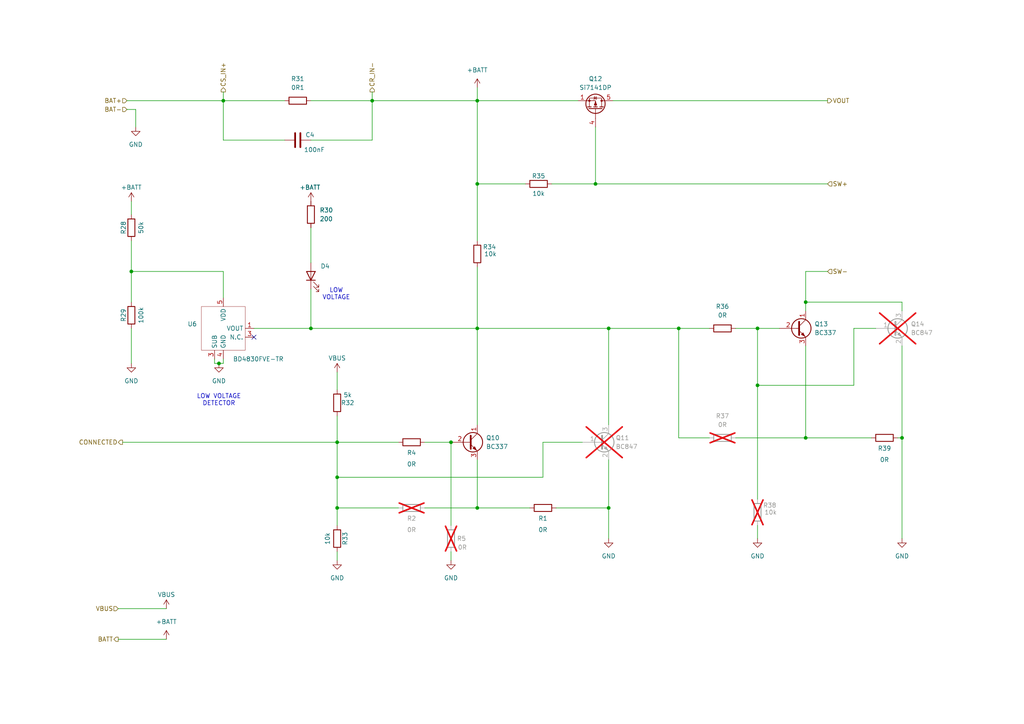
<source format=kicad_sch>
(kicad_sch (version 20231120) (generator "eeschema") (generator_version "8.0")
  (paper "A4")
  (title_block (title "Power Control"))
  (lib_symbols
    (symbol "Device:C" (pin_numbers hide) (pin_names (offset 0.254))
      (property "Reference" "C" (at 0.635 2.54 0))
      (property "Value" "C" (at 0.635 -2.54 0))
      (symbol "C_0_1"
        (polyline (pts (xy -2.032 -0.762) (xy 2.032 -0.762)) (stroke (width 0.508)))
        (polyline (pts (xy -2.032 0.762) (xy 2.032 0.762)) (stroke (width 0.508)))
      )
      (symbol "C_1_1"
        (pin passive line (at 0 3.81 270) (length 2.794) (name "~") (number "1"))
        (pin passive line (at 0 -3.81 90) (length 2.794) (name "~") (number "2"))
      )
    )
    (symbol "Device:LED" (pin_numbers hide) (pin_names (offset 1.016) hide)
      (property "Reference" "D" (at 0 2.54 0))
      (property "Value" "LED" (at 0 -2.54 0))
      (symbol "LED_0_1"
        (polyline (pts (xy -1.27 -1.27) (xy -1.27 1.27)) (stroke (width 0.254)))
        (polyline (pts (xy -1.27 0) (xy 1.27 0)))
        (polyline (pts (xy 1.27 -1.27) (xy 1.27 1.27) (xy -1.27 0) (xy 1.27 -1.27)) (stroke (width 0.254)))
        (polyline (pts (xy -3.048 -0.762) (xy -4.572 -2.286) (xy -3.81 -2.286) (xy -4.572 -2.286) (xy -4.572 -1.524)))
        (polyline (pts (xy -1.778 -0.762) (xy -3.302 -2.286) (xy -2.54 -2.286) (xy -3.302 -2.286) (xy -3.302 -1.524)))
      )
      (symbol "LED_1_1"
        (pin passive line (at -3.81 0 0) (length 2.54) (name "K") (number "1"))
        (pin passive line (at 3.81 0 180) (length 2.54) (name "A") (number "2"))
      )
    )
    (symbol "Device:R" (pin_numbers hide) (pin_names (offset 0))
      (property "Reference" "R" (at 2.032 0 90))
      (property "Value" "R" (at 0 0 90))
      (symbol "R_0_1"
        (rectangle (start -1.016 -2.54) (end 1.016 2.54) (stroke (width 0.254)))
      )
      (symbol "R_1_1"
        (pin passive line (at 0 3.81 270) (length 1.27) (name "~") (number "1"))
        (pin passive line (at 0 -3.81 90) (length 1.27) (name "~") (number "2"))
      )
    )
    (symbol "Transistor_BJT:BC337" (pin_names (offset 0) hide)
      (property "Reference" "Q" (at 5.08 1.905 0))
      (property "Value" "BC337" (at 5.08 0 0))
      (symbol "BC337_0_1"
        (polyline (pts (xy 0 0) (xy 0.635 0)))
        (polyline (pts (xy 0.635 0.635) (xy 2.54 2.54)))
        (polyline (pts (xy 0.635 -0.635) (xy 2.54 -2.54) (xy 2.54 -2.54)))
        (polyline (pts (xy 0.635 1.905) (xy 0.635 -1.905) (xy 0.635 -1.905)) (stroke (width 0.508)))
        (polyline (pts (xy 1.27 -1.778) (xy 1.778 -1.27) (xy 2.286 -2.286) (xy 1.27 -1.778) (xy 1.27 -1.778)) (fill (type outline)))
        (circle (center 1.27 0) (radius 2.8194) (stroke (width 0.254)))
      )
      (symbol "BC337_1_1"
        (pin passive line (at 2.54 5.08 270) (length 2.54) (name "C") (number "1"))
        (pin input line (at -5.08 0 0) (length 5.08) (name "B") (number "2"))
        (pin passive line (at 2.54 -5.08 90) (length 2.54) (name "E") (number "3"))
      )
    )
    (symbol "Transistor_BJT:BC847" (pin_names (offset 0) hide)
      (property "Reference" "Q" (at 5.08 1.905 0))
      (property "Value" "BC847" (at 5.08 0 0))
      (symbol "BC847_0_1"
        (polyline (pts (xy 0.635 0.635) (xy 2.54 2.54)))
        (polyline (pts (xy 0.635 -0.635) (xy 2.54 -2.54) (xy 2.54 -2.54)))
        (polyline (pts (xy 0.635 1.905) (xy 0.635 -1.905) (xy 0.635 -1.905)) (stroke (width 0.508)))
        (polyline (pts (xy 1.27 -1.778) (xy 1.778 -1.27) (xy 2.286 -2.286) (xy 1.27 -1.778) (xy 1.27 -1.778)) (fill (type outline)))
        (circle (center 1.27 0) (radius 2.8194) (stroke (width 0.254)))
      )
      (symbol "BC847_1_1"
        (pin input line (at -5.08 0 0) (length 5.715) (name "B") (number "1"))
        (pin passive line (at 2.54 -5.08 90) (length 2.54) (name "E") (number "2"))
        (pin passive line (at 2.54 5.08 270) (length 2.54) (name "C") (number "3"))
      )
    )
    (symbol "Transistor_FET:Si7141DP" (pin_names hide)
      (property "Reference" "Q" (at 5.08 1.905 0))
      (property "Value" "Si7141DP" (at 5.08 0 0))
      (symbol "Si7141DP_0_1"
        (polyline (pts (xy 0.254 0) (xy -2.54 0)))
        (polyline (pts (xy 0.254 1.905) (xy 0.254 -1.905)) (stroke (width 0.254)))
        (polyline (pts (xy 0.762 -1.27) (xy 0.762 -2.286)) (stroke (width 0.254)))
        (polyline (pts (xy 0.762 0.508) (xy 0.762 -0.508)) (stroke (width 0.254)))
        (polyline (pts (xy 0.762 2.286) (xy 0.762 1.27)) (stroke (width 0.254)))
        (polyline (pts (xy 2.54 2.54) (xy 2.54 1.778)))
        (polyline (pts (xy 2.54 -2.54) (xy 2.54 0) (xy 0.762 0)))
        (polyline (pts (xy 0.762 1.778) (xy 3.302 1.778) (xy 3.302 -1.778) (xy 0.762 -1.778)))
        (polyline (pts (xy 2.286 0) (xy 1.27 0.381) (xy 1.27 -0.381) (xy 2.286 0)) (fill (type outline)))
        (polyline (pts (xy 2.794 -0.508) (xy 2.921 -0.381) (xy 3.683 -0.381) (xy 3.81 -0.254)))
        (polyline (pts (xy 3.302 -0.381) (xy 2.921 0.254) (xy 3.683 0.254) (xy 3.302 -0.381)))
        (circle (center 1.651 0) (radius 2.794) (stroke (width 0.254)))
        (circle (center 2.54 -1.778) (radius 0.254) (fill (type outline)))
        (circle (center 2.54 1.778) (radius 0.254) (fill (type outline)))
      )
      (symbol "Si7141DP_1_1"
        (pin passive line (at 2.54 -5.08 90) (length 2.54) (name "S") (number "1"))
        (pin passive line (at 2.54 -5.08 90) (length 2.54) hide (name "S") (number "2"))
        (pin passive line (at 2.54 -5.08 90) (length 2.54) hide (name "S") (number "3"))
        (pin input line (at -5.08 0 0) (length 2.54) (name "G") (number "4"))
        (pin passive line (at 2.54 5.08 270) (length 2.54) (name "D") (number "5"))
      )
    )
    (symbol "dodo-power:BD4830FVE-TR"
      (property "Reference" "U" (at 5.842 7.62 0))
      (property "Value" "BD4830FVE-TR" (at 8.382 -7.62 0))
      (symbol "BD4830FVE-TR_0_1"
        (rectangle (start -6.35 6.35) (end 6.35 -6.35) (stroke (width 0.0005)))
      )
      (symbol "BD4830FVE-TR_1_1"
        (pin input line (at 8.89 0 180) (length 2.54) (name "VOUT") (number "1"))
        (pin input line (at 8.89 -2.54 180) (length 2.54) (name "N.C.") (number "3"))
        (pin input line (at -2.54 -8.89 90) (length 2.54) (name "SUB") (number "3"))
        (pin input line (at 0 -8.89 90) (length 2.54) (name "GND") (number "4"))
        (pin input line (at 0 8.89 270) (length 2.54) (name "VDD") (number "5"))
      )
    )
    (symbol "power:+BATT" (power) (pin_names (offset 0))
      (property "Value" "+BATT" (at 0 3.556 0))
      (symbol "+BATT_0_1"
        (polyline (pts (xy -0.762 1.27) (xy 0 2.54)))
        (polyline (pts (xy 0 0) (xy 0 2.54)))
        (polyline (pts (xy 0 2.54) (xy 0.762 1.27)))
      )
      (symbol "+BATT_1_1"
        (pin power_in line (at 0 0 90) (length 0) hide (name "+BATT") (number "1"))
      )
    )
    (symbol "power:GND" (power) (pin_names (offset 0))
      (property "Value" "GND" (at 0 -3.81 0))
      (symbol "GND_0_1"
        (polyline (pts (xy 0 0) (xy 0 -1.27) (xy 1.27 -1.27) (xy 0 -2.54) (xy -1.27 -1.27) (xy 0 -1.27)))
      )
      (symbol "GND_1_1"
        (pin power_in line (at 0 0 270) (length 0) hide (name "GND") (number "1"))
      )
    )
    (symbol "power:VBUS" (power) (pin_names (offset 0))
      (property "Value" "VBUS" (at 0 3.81 0))
      (symbol "VBUS_0_1"
        (polyline (pts (xy -0.762 1.27) (xy 0 2.54)))
        (polyline (pts (xy 0 0) (xy 0 2.54)))
        (polyline (pts (xy 0 2.54) (xy 0.762 1.27)))
      )
      (symbol "VBUS_1_1"
        (pin power_in line (at 0 0 90) (length 0) hide (name "VBUS") (number "1"))
      )
    )
  )
  (junction (at 38.1 78.74))
  (junction (at 90.17 95.25))
  (junction (at 107.95 29.21))
  (junction (at 138.43 147.32))
  (junction (at 219.71 111.76))
  (junction (at 172.72 53.34))
  (junction (at 138.43 53.34))
  (junction (at 63.5 105.41))
  (junction (at 196.85 95.25))
  (junction (at 97.79 138.43))
  (junction (at 138.43 95.25))
  (junction (at 97.79 128.27))
  (junction (at 176.53 95.25))
  (junction (at 64.77 29.21))
  (junction (at 233.68 87.63))
  (junction (at 261.62 127))
  (junction (at 138.43 29.21))
  (junction (at 97.79 147.32))
  (junction (at 233.68 127))
  (junction (at 219.71 95.25))
  (junction (at 130.81 128.27))
  (junction (at 176.53 147.32))
  (no_connect (at 73.66 97.79))
  (wire (pts (xy 97.79 138.43) (xy 157.48 138.43)))
  (wire (pts (xy 97.79 147.32) (xy 115.57 147.32)))
  (wire (pts (xy 157.48 138.43) (xy 157.48 128.27)))
  (wire (pts (xy 213.36 127) (xy 233.68 127)))
  (wire (pts (xy 130.81 160.02) (xy 130.81 162.56)))
  (wire (pts (xy 38.1 58.42) (xy 38.1 62.23)))
  (wire (pts (xy 161.29 147.32) (xy 176.53 147.32)))
  (wire (pts (xy 97.79 128.27) (xy 97.79 138.43)))
  (wire (pts (xy 233.68 127) (xy 252.73 127)))
  (wire (pts (xy 233.68 87.63) (xy 233.68 90.17)))
  (wire (pts (xy 97.79 107.95) (xy 97.79 113.03)))
  (wire (pts (xy 233.68 78.74) (xy 233.68 87.63)))
  (wire (pts (xy 157.48 128.27) (xy 168.91 128.27)))
  (wire (pts (xy 36.83 31.75) (xy 39.37 31.75)))
  (wire (pts (xy 90.17 66.04) (xy 90.17 76.2)))
  (wire (pts (xy 38.1 69.85) (xy 38.1 78.74)))
  (wire (pts (xy 64.77 105.41) (xy 63.5 105.41)))
  (wire (pts (xy 176.53 133.35) (xy 176.53 147.32)))
  (wire (pts (xy 196.85 127) (xy 205.74 127)))
  (wire (pts (xy 261.62 87.63) (xy 261.62 90.17)))
  (wire (pts (xy 38.1 95.25) (xy 38.1 105.41)))
  (wire (pts (xy 64.77 26.67) (xy 64.77 29.21)))
  (wire (pts (xy 138.43 95.25) (xy 138.43 123.19)))
  (wire (pts (xy 62.23 104.14) (xy 62.23 105.41)))
  (wire (pts (xy 176.53 95.25) (xy 176.53 123.19)))
  (wire (pts (xy 138.43 147.32) (xy 153.67 147.32)))
  (wire (pts (xy 138.43 53.34) (xy 138.43 29.21)))
  (wire (pts (xy 35.56 128.27) (xy 97.79 128.27)))
  (wire (pts (xy 247.65 111.76) (xy 247.65 95.25)))
  (wire (pts (xy 172.72 36.83) (xy 172.72 53.34)))
  (wire (pts (xy 38.1 78.74) (xy 38.1 87.63)))
  (wire (pts (xy 97.79 128.27) (xy 115.57 128.27)))
  (wire (pts (xy 90.17 83.82) (xy 90.17 95.25)))
  (wire (pts (xy 176.53 95.25) (xy 196.85 95.25)))
  (wire (pts (xy 39.37 31.75) (xy 39.37 36.83)))
  (wire (pts (xy 138.43 25.4) (xy 138.43 29.21)))
  (wire (pts (xy 160.02 53.34) (xy 172.72 53.34)))
  (wire (pts (xy 261.62 100.33) (xy 261.62 127)))
  (wire (pts (xy 97.79 160.02) (xy 97.79 162.56)))
  (wire (pts (xy 247.65 95.25) (xy 254 95.25)))
  (wire (pts (xy 36.83 29.21) (xy 64.77 29.21)))
  (wire (pts (xy 64.77 29.21) (xy 82.55 29.21)))
  (wire (pts (xy 138.43 95.25) (xy 176.53 95.25)))
  (wire (pts (xy 62.23 105.41) (xy 63.5 105.41)))
  (wire (pts (xy 260.35 127) (xy 261.62 127)))
  (wire (pts (xy 138.43 77.47) (xy 138.43 95.25)))
  (wire (pts (xy 219.71 111.76) (xy 247.65 111.76)))
  (wire (pts (xy 73.66 95.25) (xy 90.17 95.25)))
  (wire (pts (xy 123.19 128.27) (xy 130.81 128.27)))
  (wire (pts (xy 213.36 95.25) (xy 219.71 95.25)))
  (wire (pts (xy 219.71 111.76) (xy 219.71 144.78)))
  (wire (pts (xy 64.77 78.74) (xy 64.77 86.36)))
  (wire (pts (xy 138.43 29.21) (xy 167.64 29.21)))
  (wire (pts (xy 196.85 95.25) (xy 205.74 95.25)))
  (wire (pts (xy 138.43 53.34) (xy 138.43 69.85)))
  (wire (pts (xy 34.29 185.42) (xy 48.26 185.42)))
  (wire (pts (xy 64.77 40.64) (xy 64.77 29.21)))
  (wire (pts (xy 219.71 152.4) (xy 219.71 156.21)))
  (wire (pts (xy 107.95 29.21) (xy 138.43 29.21)))
  (wire (pts (xy 82.55 40.64) (xy 64.77 40.64)))
  (wire (pts (xy 123.19 147.32) (xy 138.43 147.32)))
  (wire (pts (xy 130.81 128.27) (xy 130.81 152.4)))
  (wire (pts (xy 138.43 133.35) (xy 138.43 147.32)))
  (wire (pts (xy 219.71 95.25) (xy 226.06 95.25)))
  (wire (pts (xy 107.95 26.67) (xy 107.95 29.21)))
  (wire (pts (xy 152.4 53.34) (xy 138.43 53.34)))
  (wire (pts (xy 219.71 95.25) (xy 219.71 111.76)))
  (wire (pts (xy 97.79 120.65) (xy 97.79 128.27)))
  (wire (pts (xy 97.79 138.43) (xy 97.79 147.32)))
  (wire (pts (xy 172.72 53.34) (xy 240.03 53.34)))
  (wire (pts (xy 233.68 100.33) (xy 233.68 127)))
  (wire (pts (xy 97.79 147.32) (xy 97.79 152.4)))
  (wire (pts (xy 233.68 87.63) (xy 261.62 87.63)))
  (wire (pts (xy 90.17 29.21) (xy 107.95 29.21)))
  (wire (pts (xy 107.95 40.64) (xy 107.95 29.21)))
  (wire (pts (xy 90.17 40.64) (xy 107.95 40.64)))
  (wire (pts (xy 34.29 176.53) (xy 48.26 176.53)))
  (wire (pts (xy 196.85 95.25) (xy 196.85 127)))
  (wire (pts (xy 261.62 127) (xy 261.62 156.21)))
  (wire (pts (xy 177.8 29.21) (xy 240.03 29.21)))
  (wire (pts (xy 176.53 147.32) (xy 176.53 156.21)))
  (wire (pts (xy 64.77 104.14) (xy 64.77 105.41)))
  (wire (pts (xy 90.17 95.25) (xy 138.43 95.25)))
  (wire (pts (xy 64.77 78.74) (xy 38.1 78.74)))
  (wire (pts (xy 233.68 78.74) (xy 240.03 78.74)))
  (text "LOW\nVOLTAGE\n" (at 97.536 85.344 0) (effects (font (size 1.27 1.27))))
  (text "LOW VOLTAGE\nDETECTOR" (at 63.5 116.078 0) (effects (font (size 1.27 1.27))))
  (hierarchical_label "CS_IN+" (shape output) (at 64.77 26.67 90))
  (hierarchical_label "VBUS" (shape input) (at 34.29 176.53 180))
  (hierarchical_label "BAT+" (shape input) (at 36.83 29.21 180))
  (hierarchical_label "VOUT" (shape output) (at 240.03 29.21 0))
  (hierarchical_label "SW-" (shape input) (at 240.03 78.74 0))
  (hierarchical_label "SW+" (shape input) (at 240.03 53.34 0))
  (hierarchical_label "CR_IN-" (shape output) (at 107.95 26.67 90))
  (hierarchical_label "BAT-" (shape input) (at 36.83 31.75 180))
  (hierarchical_label "BATT" (shape output) (at 34.29 185.42 180))
  (hierarchical_label "CONNECTED" (shape output) (at 35.56 128.27 180))
  (symbol (lib_id "power:GND") (at 38.1 105.41 0) (unit 1)
    (property "Reference" "#PWR021" (effects (hide yes)))
    (property "Value" "GND" (at 38.1 110.49 0))
    (property "Description" "Power symbol creates a global label with name \"GND\" , ground" (effects (hide yes)))
  )
  (symbol (lib_id "Device:R") (at 119.38 147.32 270) (unit 1) (dnp yes)
    (property "Reference" "R2" (at 119.38 150.368 90))
    (property "Value" "0R" (at 119.38 153.67 90))
    (property "Description" "Resistor" (effects (hide yes)))
  )
  (symbol (lib_id "Device:R") (at 138.43 73.66 180) (unit 1)
    (property "Reference" "R34" (at 141.986 71.628 0))
    (property "Value" "10k" (at 142.24 73.66 0))
    (property "Description" "Resistor" (effects (hide yes)))
  )
  (symbol (lib_id "Device:R") (at 38.1 66.04 180) (unit 1)
    (property "Reference" "R28" (at 35.814 66.04 90))
    (property "Value" "50k" (at 40.894 66.04 90))
    (property "Description" "Resistor" (effects (hide yes)))
  )
  (symbol (lib_id "power:+BATT") (at 138.43 25.4 0) (unit 1)
    (property "Reference" "#PWR062" (effects (hide yes)))
    (property "Value" "+BATT" (at 138.43 20.32 0))
    (property "Description" "Power symbol creates a global label with name \"+BATT\"" (effects (hide yes)))
  )
  (symbol (lib_id "power:GND") (at 219.71 156.21 0) (unit 1)
    (property "Reference" "#PWR065" (effects (hide yes)))
    (property "Value" "GND" (at 219.71 161.29 0))
    (property "Description" "Power symbol creates a global label with name \"GND\" , ground" (effects (hide yes)))
  )
  (symbol (lib_id "Device:R") (at 256.54 127 270) (unit 1)
    (property "Reference" "R39" (at 256.54 130.048 90))
    (property "Value" "0R" (at 256.54 133.35 90))
    (property "Description" "Resistor" (effects (hide yes)))
  )
  (symbol (lib_id "Device:R") (at 219.71 148.59 180) (unit 1) (dnp yes)
    (property "Reference" "R38" (at 223.266 146.558 0))
    (property "Value" "10k" (at 223.52 148.59 0))
    (property "Description" "Resistor" (effects (hide yes)))
  )
  (symbol (lib_id "Device:C") (at 86.36 40.64 90) (unit 1)
    (property "Reference" "C4" (at 89.916 39.116 90))
    (property "Value" "100nF" (at 91.186 43.434 90))
    (property "Description" "Unpolarized capacitor" (effects (hide yes)))
  )
  (symbol (lib_id "power:GND") (at 261.62 156.21 0) (unit 1)
    (property "Reference" "#PWR067" (effects (hide yes)))
    (property "Value" "GND" (at 261.62 161.29 0))
    (property "Description" "Power symbol creates a global label with name \"GND\" , ground" (effects (hide yes)))
  )
  (symbol (lib_id "Device:R") (at 119.38 128.27 270) (unit 1)
    (property "Reference" "R4" (at 119.38 131.318 90))
    (property "Value" "0R" (at 119.38 134.62 90))
    (property "Description" "Resistor" (effects (hide yes)))
  )
  (symbol (lib_id "power:VBUS") (at 97.79 107.95 0) (unit 1)
    (property "Reference" "#PWR060" (effects (hide yes)))
    (property "Value" "VBUS" (at 97.79 103.886 0))
    (property "Description" "Power symbol creates a global label with name \"VBUS\"" (effects (hide yes)))
  )
  (symbol (lib_id "power:GND") (at 97.79 162.56 0) (unit 1)
    (property "Reference" "#PWR061" (effects (hide yes)))
    (property "Value" "GND" (at 97.79 167.64 0))
    (property "Description" "Power symbol creates a global label with name \"GND\" , ground" (effects (hide yes)))
  )
  (symbol (lib_id "power:+BATT") (at 48.26 185.42 0) (unit 1)
    (property "Reference" "#PWR02" (effects (hide yes)))
    (property "Value" "+BATT" (at 48.26 180.34 0))
    (property "Description" "Power symbol creates a global label with name \"+BATT\"" (effects (hide yes)))
  )
  (symbol (lib_id "Device:R") (at 90.17 62.23 0) (unit 1)
    (property "Reference" "R30" (at 92.71 60.9599 0) (effects (justify left)))
    (property "Value" "200" (at 92.71 63.4999 0) (effects (justify left)))
    (property "Description" "Resistor" (effects (hide yes)))
  )
  (symbol (lib_id "power:GND") (at 176.53 156.21 0) (unit 1)
    (property "Reference" "#PWR064" (effects (hide yes)))
    (property "Value" "GND" (at 176.53 161.29 0))
    (property "Description" "Power symbol creates a global label with name \"GND\" , ground" (effects (hide yes)))
  )
  (symbol (lib_id "Device:R") (at 97.79 116.84 0) (unit 1)
    (property "Reference" "R32" (at 100.838 116.84 0))
    (property "Value" "5k" (at 100.838 114.554 0))
    (property "Description" "Resistor" (effects (hide yes)))
  )
  (symbol (lib_id "Device:R") (at 97.79 156.21 0) (unit 1)
    (property "Reference" "R33" (at 100.076 156.21 90))
    (property "Value" "10k" (at 94.996 156.21 90))
    (property "Description" "Resistor" (effects (hide yes)))
  )
  (symbol (lib_id "Device:R") (at 209.55 95.25 270) (unit 1)
    (property "Reference" "R36" (at 209.55 88.9 90))
    (property "Value" "0R" (at 209.55 91.44 90))
    (property "Description" "Resistor" (effects (hide yes)))
  )
  (symbol (lib_id "Transistor_BJT:BC847") (at 259.08 95.25 0) (unit 1) (dnp yes)
    (property "Reference" "Q14" (at 264.16 93.9799 0) (effects (justify left)))
    (property "Value" "BC847" (at 264.16 96.5199 0) (effects (justify left)))
    (property "Footprint" "Package_TO_SOT_SMD:SOT-23" (effects (hide yes)))
    (property "Datasheet" "http://www.infineon.com/dgdl/Infineon-BC847SERIES_BC848SERIES_BC849SERIES_BC850SERIES-DS-v01_01-en.pdf?fileId=db3a304314dca389011541d4630a1657" (effects (hide yes)))
    (property "Description" "0.1A Ic, 45V Vce, NPN Transistor, SOT-23" (effects (hide yes)))
  )
  (symbol (lib_id "Transistor_BJT:BC337") (at 231.14 95.25 0) (unit 1)
    (property "Reference" "Q13" (at 236.22 93.9799 0) (effects (justify left)))
    (property "Value" "BC337" (at 236.22 96.5199 0) (effects (justify left)))
    (property "Footprint" "Package_TO_SOT_THT:TO-92_Inline" (effects (hide yes)))
    (property "Datasheet" "https://diotec.com/tl_files/diotec/files/pdf/datasheets/bc337.pdf" (effects (hide yes)))
    (property "Description" "0.8A Ic, 45V Vce, NPN Transistor, TO-92" (effects (hide yes)))
  )
  (symbol (lib_id "Device:R") (at 38.1 91.44 180) (unit 1)
    (property "Reference" "R29" (at 35.814 91.44 90))
    (property "Value" "100k" (at 40.894 91.44 90))
    (property "Description" "Resistor" (effects (hide yes)))
  )
  (symbol (lib_id "power:GND") (at 39.37 36.83 0) (unit 1)
    (property "Reference" "#PWR022" (effects (hide yes)))
    (property "Value" "GND" (at 39.37 41.91 0))
    (property "Description" "Power symbol creates a global label with name \"GND\" , ground" (effects (hide yes)))
  )
  (symbol (lib_id "power:GND") (at 63.5 105.41 0) (unit 1)
    (property "Reference" "#PWR029" (effects (hide yes)))
    (property "Value" "GND" (at 63.5 110.49 0))
    (property "Description" "Power symbol creates a global label with name \"GND\" , ground" (effects (hide yes)))
  )
  (symbol (lib_id "power:+BATT") (at 90.17 58.42 0) (unit 1)
    (property "Reference" "#PWR033" (effects (hide yes)))
    (property "Value" "+BATT" (at 89.916 54.356 0))
    (property "Description" "Power symbol creates a global label with name \"+BATT\"" (effects (hide yes)))
  )
  (symbol (lib_id "power:VBUS") (at 48.26 176.53 0) (unit 1)
    (property "Reference" "#PWR01" (effects (hide yes)))
    (property "Value" "VBUS" (at 48.26 172.466 0))
    (property "Description" "Power symbol creates a global label with name \"VBUS\"" (effects (hide yes)))
  )
  (symbol (lib_id "Transistor_BJT:BC847") (at 173.99 128.27 0) (unit 1) (dnp yes)
    (property "Reference" "Q11" (at 178.562 127 0) (effects (justify left)))
    (property "Value" "BC847" (at 178.562 129.54 0) (effects (justify left)))
    (property "Footprint" "Package_TO_SOT_SMD:SOT-23" (effects (hide yes)))
    (property "Datasheet" "http://www.infineon.com/dgdl/Infineon-BC847SERIES_BC848SERIES_BC849SERIES_BC850SERIES-DS-v01_01-en.pdf?fileId=db3a304314dca389011541d4630a1657" (effects (hide yes)))
    (property "Description" "0.1A Ic, 45V Vce, NPN Transistor, SOT-23" (effects (hide yes)))
  )
  (symbol (lib_id "power:+BATT") (at 38.1 58.42 0) (unit 1)
    (property "Reference" "#PWR019" (effects (hide yes)))
    (property "Value" "+BATT" (at 38.1 54.356 0))
    (property "Description" "Power symbol creates a global label with name \"+BATT\"" (effects (hide yes)))
  )
  (symbol (lib_id "Device:R") (at 157.48 147.32 270) (unit 1)
    (property "Reference" "R1" (at 157.48 150.368 90))
    (property "Value" "0R" (at 157.48 153.67 90))
    (property "Description" "Resistor" (effects (hide yes)))
  )
  (symbol (lib_id "Device:R") (at 209.55 127 270) (unit 1) (dnp yes)
    (property "Reference" "R37" (at 209.55 120.65 90))
    (property "Value" "0R" (at 209.55 123.19 90))
    (property "Description" "Resistor" (effects (hide yes)))
  )
  (symbol (lib_id "Device:R") (at 86.36 29.21 90) (unit 1)
    (property "Reference" "R31" (at 86.36 22.86 90))
    (property "Value" "0R1" (at 86.36 25.4 90))
    (property "Description" "Resistor" (effects (hide yes)))
  )
  (symbol (lib_id "dodo-power:BD4830FVE-TR") (at 64.77 95.25 0) (unit 1)
    (property "Reference" "U6" (at 57.15 93.9799 0) (effects (justify right)))
    (property "Value" "BD4830FVE-TR" (at 82.296 104.14 0) (effects (justify right)))
    (property "Footprint" "Package_TO_SOT_SMD:VSOF5" (effects (hide yes)))
    (property "Datasheet" "http://www.farnell.com/datasheets/2297777.pdf" (effects (hide yes)))
  )
  (symbol (lib_id "Device:LED") (at 90.17 80.01 90) (unit 1)
    (property "Reference" "D4" (at 92.964 77.216 90) (effects (justify right)))
    (property "Value" "LED" (effects (hide yes)))
    (property "Description" "Light emitting diode" (effects (hide yes)))
  )
  (symbol (lib_id "Transistor_FET:Si7141DP") (at 172.72 31.75 270) (mirror x) (unit 1)
    (property "Reference" "Q12" (at 172.72 22.86 90))
    (property "Value" "Si7141DP" (at 172.72 25.4 90))
    (property "Footprint" "Package_SO:PowerPAK_SO-8_Single" (effects (hide yes)))
    (property "Datasheet" "https://www.vishay.com/docs/65596/si7141dp.pdf" (effects (hide yes)))
    (property "Description" "60A Id, 20V Vds, 1.9 mOhm Ron, PowerPAK-8" (effects (hide yes)))
  )
  (symbol (lib_id "power:GND") (at 130.81 162.56 0) (unit 1)
    (property "Reference" "#PWR04" (effects (hide yes)))
    (property "Value" "GND" (at 130.81 167.64 0))
    (property "Description" "Power symbol creates a global label with name \"GND\" , ground" (effects (hide yes)))
  )
  (symbol (lib_id "Transistor_BJT:BC337") (at 135.89 128.27 0) (unit 1)
    (property "Reference" "Q10" (at 140.97 126.9999 0) (effects (justify left)))
    (property "Value" "BC337" (at 140.97 129.5399 0) (effects (justify left)))
    (property "Footprint" "Package_TO_SOT_THT:TO-92_Inline" (effects (hide yes)))
    (property "Datasheet" "https://diotec.com/tl_files/diotec/files/pdf/datasheets/bc337.pdf" (effects (hide yes)))
    (property "Description" "0.8A Ic, 45V Vce, NPN Transistor, TO-92" (effects (hide yes)))
  )
  (symbol (lib_id "Device:R") (at 130.81 156.21 0) (unit 1) (dnp yes)
    (property "Reference" "R5" (at 133.858 156.21 0))
    (property "Value" "0R" (at 134.112 158.75 0))
    (property "Description" "Resistor" (effects (hide yes)))
  )
  (symbol (lib_id "Device:R") (at 156.21 53.34 90) (unit 1)
    (property "Reference" "R35" (at 156.21 51.054 90))
    (property "Value" "10k" (at 156.21 56.134 90))
    (property "Description" "Resistor" (effects (hide yes)))
  )
)
</source>
